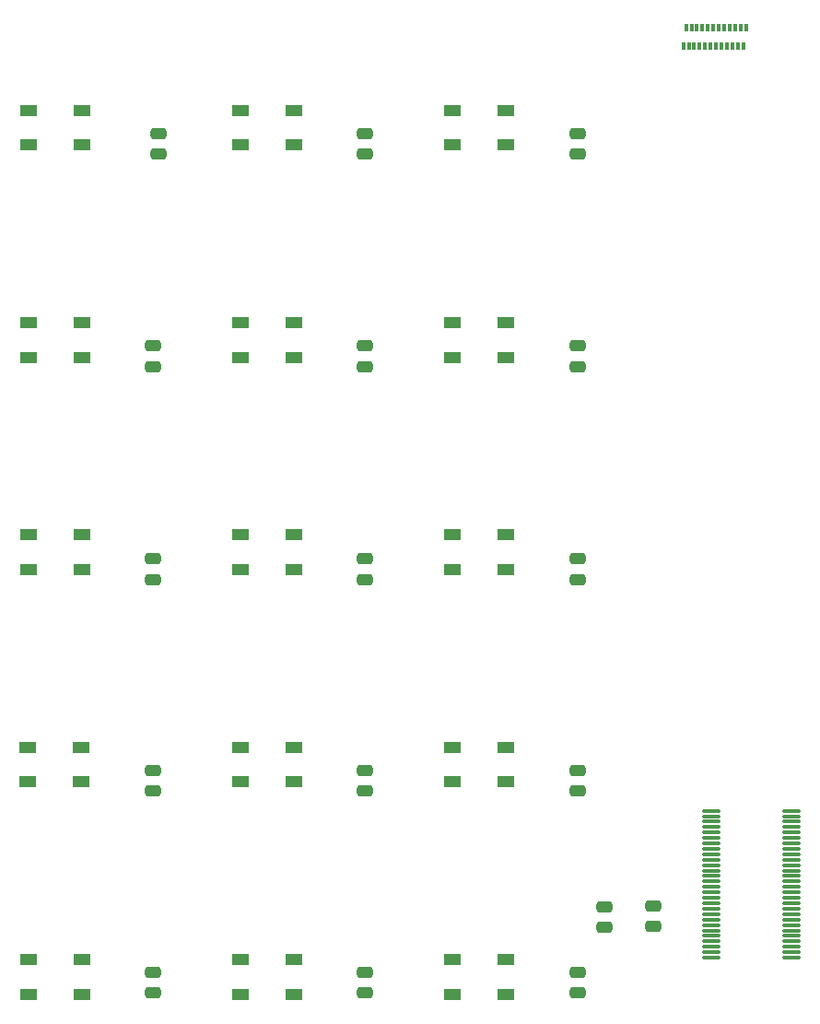
<source format=gtp>
%TF.GenerationSoftware,KiCad,Pcbnew,(6.0.4)*%
%TF.CreationDate,2022-04-24T15:44:46-04:00*%
%TF.ProjectId,keeb,6b656562-2e6b-4696-9361-645f70636258,rev?*%
%TF.SameCoordinates,Original*%
%TF.FileFunction,Paste,Top*%
%TF.FilePolarity,Positive*%
%FSLAX46Y46*%
G04 Gerber Fmt 4.6, Leading zero omitted, Abs format (unit mm)*
G04 Created by KiCad (PCBNEW (6.0.4)) date 2022-04-24 15:44:46*
%MOMM*%
%LPD*%
G01*
G04 APERTURE LIST*
G04 Aperture macros list*
%AMRoundRect*
0 Rectangle with rounded corners*
0 $1 Rounding radius*
0 $2 $3 $4 $5 $6 $7 $8 $9 X,Y pos of 4 corners*
0 Add a 4 corners polygon primitive as box body*
4,1,4,$2,$3,$4,$5,$6,$7,$8,$9,$2,$3,0*
0 Add four circle primitives for the rounded corners*
1,1,$1+$1,$2,$3*
1,1,$1+$1,$4,$5*
1,1,$1+$1,$6,$7*
1,1,$1+$1,$8,$9*
0 Add four rect primitives between the rounded corners*
20,1,$1+$1,$2,$3,$4,$5,0*
20,1,$1+$1,$4,$5,$6,$7,0*
20,1,$1+$1,$6,$7,$8,$9,0*
20,1,$1+$1,$8,$9,$2,$3,0*%
G04 Aperture macros list end*
%ADD10RoundRect,0.250000X0.475000X-0.250000X0.475000X0.250000X-0.475000X0.250000X-0.475000X-0.250000X0*%
%ADD11R,1.500000X1.000000*%
%ADD12RoundRect,0.020300X-0.774700X-0.124700X0.774700X-0.124700X0.774700X0.124700X-0.774700X0.124700X0*%
%ADD13RoundRect,0.020300X0.774700X0.124700X-0.774700X0.124700X-0.774700X-0.124700X0.774700X-0.124700X0*%
%ADD14RoundRect,0.250000X-0.475000X0.250000X-0.475000X-0.250000X0.475000X-0.250000X0.475000X0.250000X0*%
%ADD15R,0.300000X0.700000*%
G04 APERTURE END LIST*
D10*
%TO.C,C14*%
X137950000Y-151800000D03*
X137950000Y-149900000D03*
%TD*%
%TO.C,C12*%
X157450000Y-133250000D03*
X157450000Y-131350000D03*
%TD*%
D11*
%TO.C,LED14*%
X150900000Y-151900000D03*
X150900000Y-148700000D03*
X146000000Y-148700000D03*
X146000000Y-151900000D03*
%TD*%
%TO.C,LED13*%
X131400000Y-151900000D03*
X131400000Y-148700000D03*
X126500000Y-148700000D03*
X126500000Y-151900000D03*
%TD*%
D10*
%TO.C,C11*%
X137950000Y-133250000D03*
X137950000Y-131350000D03*
%TD*%
D11*
%TO.C,LED3*%
X170400000Y-73900000D03*
X170400000Y-70700000D03*
X165500000Y-70700000D03*
X165500000Y-73900000D03*
%TD*%
D10*
%TO.C,C13*%
X176950000Y-133250000D03*
X176950000Y-131350000D03*
%TD*%
%TO.C,C5*%
X137950000Y-94250000D03*
X137950000Y-92350000D03*
%TD*%
%TO.C,C16*%
X176950000Y-151800000D03*
X176950000Y-149900000D03*
%TD*%
%TO.C,C8*%
X137950000Y-113800000D03*
X137950000Y-111900000D03*
%TD*%
D11*
%TO.C,LED11*%
X150900000Y-132400000D03*
X150900000Y-129200000D03*
X146000000Y-129200000D03*
X146000000Y-132400000D03*
%TD*%
D10*
%TO.C,C7*%
X176950000Y-94250000D03*
X176950000Y-92350000D03*
%TD*%
D12*
%TO.C,U2*%
X189235000Y-135050000D03*
X189235000Y-135550000D03*
X189235000Y-136050000D03*
X189235000Y-136550000D03*
X189235000Y-137050000D03*
X189235000Y-137550000D03*
X189235000Y-138050000D03*
X189235000Y-138550000D03*
X189235000Y-139050000D03*
X189235000Y-139550000D03*
X189235000Y-140050000D03*
X189235000Y-140550000D03*
X189235000Y-141050000D03*
X189235000Y-141550000D03*
X189235000Y-142050000D03*
X189235000Y-142550000D03*
X189235000Y-143050000D03*
X189235000Y-143550000D03*
X189235000Y-144050000D03*
X189235000Y-144550000D03*
X189235000Y-145050000D03*
X189235000Y-145550000D03*
X189235000Y-146050000D03*
X189235000Y-146550000D03*
X189235000Y-147050000D03*
X189235000Y-147550000D03*
X189235000Y-148050000D03*
X189235000Y-148550000D03*
D13*
X196665000Y-148550000D03*
X196665000Y-148050000D03*
X196665000Y-147550000D03*
X196665000Y-147050000D03*
X196665000Y-146550000D03*
X196665000Y-146050000D03*
X196665000Y-145550000D03*
X196665000Y-145050000D03*
X196665000Y-144550000D03*
X196665000Y-144050000D03*
X196665000Y-143550000D03*
X196665000Y-143050000D03*
X196665000Y-142550000D03*
X196665000Y-142050000D03*
X196665000Y-141550000D03*
X196665000Y-141050000D03*
X196665000Y-140550000D03*
X196665000Y-140050000D03*
X196665000Y-139550000D03*
X196665000Y-139050000D03*
X196665000Y-138550000D03*
X196665000Y-138050000D03*
X196665000Y-137550000D03*
X196665000Y-137050000D03*
X196665000Y-136550000D03*
X196665000Y-136050000D03*
X196665000Y-135550000D03*
X196665000Y-135050000D03*
%TD*%
D11*
%TO.C,LED2*%
X150900000Y-73900000D03*
X150900000Y-70700000D03*
X146000000Y-70700000D03*
X146000000Y-73900000D03*
%TD*%
%TO.C,LED8*%
X150900000Y-112900000D03*
X150900000Y-109700000D03*
X146000000Y-109700000D03*
X146000000Y-112900000D03*
%TD*%
%TO.C,LED5*%
X150900000Y-93400000D03*
X150900000Y-90200000D03*
X146000000Y-90200000D03*
X146000000Y-93400000D03*
%TD*%
%TO.C,LED9*%
X170400000Y-112900000D03*
X170400000Y-109700000D03*
X165500000Y-109700000D03*
X165500000Y-112900000D03*
%TD*%
%TO.C,LED1*%
X131400000Y-73900000D03*
X131400000Y-70700000D03*
X126500000Y-70700000D03*
X126500000Y-73900000D03*
%TD*%
D10*
%TO.C,C2*%
X138450000Y-74750000D03*
X138450000Y-72850000D03*
%TD*%
D11*
%TO.C,LED12*%
X170400000Y-132400000D03*
X170400000Y-129200000D03*
X165500000Y-129200000D03*
X165500000Y-132400000D03*
%TD*%
D10*
%TO.C,C10*%
X176950000Y-113800000D03*
X176950000Y-111900000D03*
%TD*%
D11*
%TO.C,LED10*%
X131350000Y-132400000D03*
X131350000Y-129200000D03*
X126450000Y-129200000D03*
X126450000Y-132400000D03*
%TD*%
D10*
%TO.C,C9*%
X157450000Y-113800000D03*
X157450000Y-111900000D03*
%TD*%
%TO.C,C3*%
X157450000Y-74750000D03*
X157450000Y-72850000D03*
%TD*%
D11*
%TO.C,LED6*%
X170400000Y-93400000D03*
X170400000Y-90200000D03*
X165500000Y-90200000D03*
X165500000Y-93400000D03*
%TD*%
D10*
%TO.C,C4*%
X176950000Y-74750000D03*
X176950000Y-72850000D03*
%TD*%
D11*
%TO.C,LED7*%
X131400000Y-112900000D03*
X131400000Y-109700000D03*
X126500000Y-109700000D03*
X126500000Y-112900000D03*
%TD*%
D10*
%TO.C,C15*%
X157450000Y-151800000D03*
X157450000Y-149900000D03*
%TD*%
%TO.C,C6*%
X157450000Y-94250000D03*
X157450000Y-92350000D03*
%TD*%
D11*
%TO.C,LED4*%
X131400000Y-93400000D03*
X131400000Y-90200000D03*
X126500000Y-90200000D03*
X126500000Y-93400000D03*
%TD*%
%TO.C,LED15*%
X170400000Y-151900000D03*
X170400000Y-148700000D03*
X165500000Y-148700000D03*
X165500000Y-151900000D03*
%TD*%
D14*
%TO.C,C1*%
X183950000Y-143800000D03*
X183950000Y-145700000D03*
%TD*%
D15*
%TO.C,J2*%
X192200000Y-64820000D03*
X191700000Y-64820000D03*
X191200000Y-64820000D03*
X190700000Y-64820000D03*
X190200000Y-64820000D03*
X189700000Y-64820000D03*
X189200000Y-64820000D03*
X188700000Y-64820000D03*
X188200000Y-64820000D03*
X187700000Y-64820000D03*
X187200000Y-64820000D03*
X186700000Y-64820000D03*
X186950000Y-63120000D03*
X187450000Y-63120000D03*
X187950000Y-63120000D03*
X188450000Y-63120000D03*
X188950000Y-63120000D03*
X189450000Y-63120000D03*
X189950000Y-63120000D03*
X190450000Y-63120000D03*
X190950000Y-63120000D03*
X191450000Y-63120000D03*
X191950000Y-63120000D03*
X192450000Y-63120000D03*
%TD*%
D14*
%TO.C,C17*%
X179450000Y-143850000D03*
X179450000Y-145750000D03*
%TD*%
M02*

</source>
